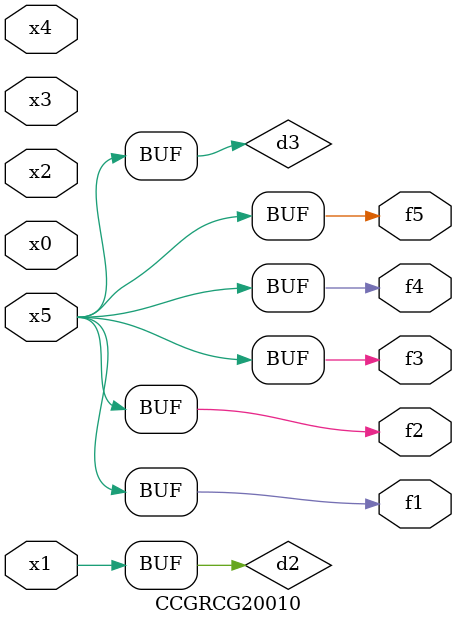
<source format=v>
module CCGRCG20010(
	input x0, x1, x2, x3, x4, x5,
	output f1, f2, f3, f4, f5
);

	wire d1, d2, d3;

	not (d1, x5);
	or (d2, x1);
	xnor (d3, d1);
	assign f1 = d3;
	assign f2 = d3;
	assign f3 = d3;
	assign f4 = d3;
	assign f5 = d3;
endmodule

</source>
